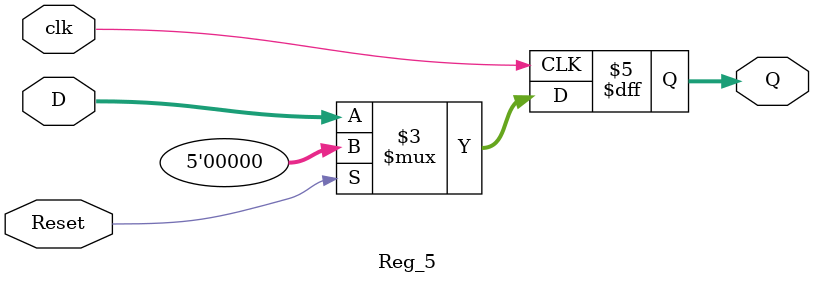
<source format=v>
`timescale 1ns / 1ps
module Reg_5(
    input [4:0] D,
    output reg [4:0] Q,
    input clk,
    input Reset
    );
	always @(posedge clk)
		if (Reset)
			Q <= 0;
		else
			Q <= D;
endmodule
</source>
